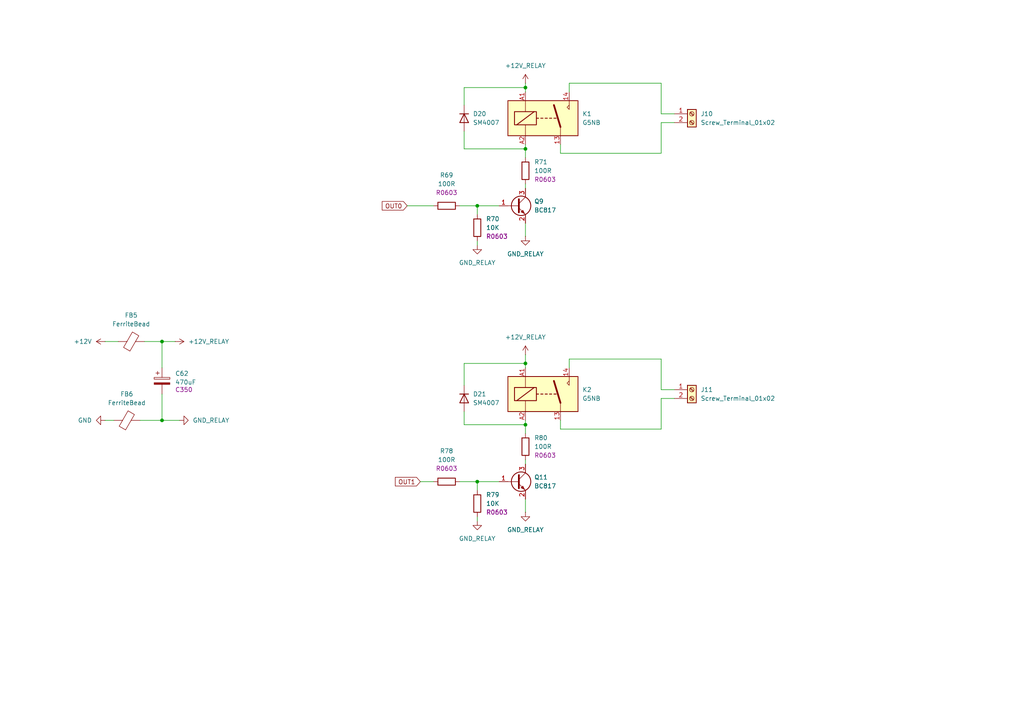
<source format=kicad_sch>
(kicad_sch (version 20250114) (generator "eeschema") (generator_version "9.0")
  (paper "A4")
  (lib_symbols
    (symbol "Connector:Screw_Terminal_01x02" (pin_names (offset 1.016) (hide yes))
      (property "Reference" "J" (at 0 2.54 0))
      (property "Value" "Screw_Terminal_01x02" (at 0 -5.08 0))
      (symbol "Screw_Terminal_01x02_1_1"
        (rectangle (start -1.27 1.27) (end 1.27 -3.81) (stroke (width 0.254)) (fill (type background)))
        (polyline (pts (xy -0.5334 0.3302) (xy 0.3302 -0.508)) (stroke (width 0.1524)))
        (polyline (pts (xy -0.5334 -2.2098) (xy 0.3302 -3.048)) (stroke (width 0.1524)))
        (polyline (pts (xy -0.3556 0.508) (xy 0.508 -0.3302)) (stroke (width 0.1524)))
        (polyline (pts (xy -0.3556 -2.032) (xy 0.508 -2.8702)) (stroke (width 0.1524)))
        (circle (center 0 0) (radius 0.635) (stroke (width 0.1524)))
        (circle (center 0 -2.54) (radius 0.635) (stroke (width 0.1524)))
        (pin passive line (at -5.08 0 0) (length 3.81) (name "Pin_1") (number "1"))
        (pin passive line (at -5.08 -2.54 0) (length 3.81) (name "Pin_2") (number "2"))
      )
    )
    (symbol "Device:C_Polarized" (pin_numbers (hide yes)) (pin_names (offset 0.254))
      (property "Reference" "C" (at 0.635 2.54 0))
      (property "Value" "C_Polarized" (at 0.635 -2.54 0))
      (symbol "C_Polarized_0_1"
        (rectangle (start -2.286 0.508) (end 2.286 1.016))
        (polyline (pts (xy -1.778 2.286) (xy -0.762 2.286)))
        (polyline (pts (xy -1.27 2.794) (xy -1.27 1.778)))
        (rectangle (start 2.286 -0.508) (end -2.286 -1.016) (fill (type outline)))
      )
      (symbol "C_Polarized_1_1"
        (pin passive line (at 0 3.81 270) (length 2.794) (name "~") (number "1"))
        (pin passive line (at 0 -3.81 90) (length 2.794) (name "~") (number "2"))
      )
    )
    (symbol "Device:FerriteBead" (pin_numbers (hide yes)) (pin_names (offset 0))
      (property "Reference" "FB" (at -3.81 0.635 90))
      (property "Value" "FerriteBead" (at 3.81 0 90))
      (symbol "FerriteBead_0_1"
        (polyline (pts (xy -2.7686 0.4064) (xy -1.7018 2.2606) (xy 2.7686 -0.3048) (xy 1.6764 -2.159) (xy -2.7686 0.4064)))
        (polyline (pts (xy 0 1.27) (xy 0 1.2954)))
        (polyline (pts (xy 0 -1.27) (xy 0 -1.2192)))
      )
      (symbol "FerriteBead_1_1"
        (pin passive line (at 0 3.81 270) (length 2.54) (name "~") (number "1"))
        (pin passive line (at 0 -3.81 90) (length 2.54) (name "~") (number "2"))
      )
    )
    (symbol "Device:R" (pin_numbers (hide yes)) (pin_names (offset 0))
      (property "Reference" "R" (at 2.032 0 90))
      (property "Value" "R" (at 0 0 90))
      (symbol "R_0_1"
        (rectangle (start -1.016 -2.54) (end 1.016 2.54) (stroke (width 0.254)))
      )
      (symbol "R_1_1"
        (pin passive line (at 0 3.81 270) (length 1.27) (name "~") (number "1"))
        (pin passive line (at 0 -3.81 90) (length 1.27) (name "~") (number "2"))
      )
    )
    (symbol "Diode:SM4007" (pin_numbers (hide yes)) (pin_names (hide yes))
      (property "Reference" "D" (at 0 2.54 0))
      (property "Value" "SM4007" (at 0 -2.54 0))
      (symbol "SM4007_0_1"
        (polyline (pts (xy -1.27 1.27) (xy -1.27 -1.27)) (stroke (width 0.254)))
        (polyline (pts (xy 1.27 1.27) (xy 1.27 -1.27) (xy -1.27 0) (xy 1.27 1.27)) (stroke (width 0.254)))
        (polyline (pts (xy 1.27 0) (xy -1.27 0)))
      )
      (symbol "SM4007_1_1"
        (pin passive line (at -3.81 0 0) (length 2.54) (name "K") (number "1"))
        (pin passive line (at 3.81 0 180) (length 2.54) (name "A") (number "2"))
      )
    )
    (symbol "Relay:G5NB"
      (property "Reference" "K" (at 11.43 3.81 0))
      (property "Value" "G5NB" (at 11.43 1.27 0))
      (symbol "G5NB_0_0"
        (polyline (pts (xy 7.62 5.08) (xy 7.62 2.54) (xy 6.985 3.175) (xy 7.62 3.81)))
      )
      (symbol "G5NB_0_1"
        (rectangle (start -10.16 5.08) (end 10.16 -5.08) (stroke (width 0.254)) (fill (type background)))
        (rectangle (start -8.255 1.905) (end -1.905 -1.905) (stroke (width 0.254)))
        (polyline (pts (xy -7.62 -1.905) (xy -2.54 1.905)) (stroke (width 0.254)))
        (polyline (pts (xy -5.08 5.08) (xy -5.08 1.905)))
        (polyline (pts (xy -5.08 -5.08) (xy -5.08 -1.905)))
        (polyline (pts (xy -1.905 0) (xy -1.27 0)) (stroke (width 0.254)))
        (polyline (pts (xy -0.635 0) (xy 0 0)) (stroke (width 0.254)))
        (polyline (pts (xy 0.635 0) (xy 1.27 0)) (stroke (width 0.254)))
        (polyline (pts (xy 1.905 0) (xy 2.54 0)) (stroke (width 0.254)))
        (polyline (pts (xy 3.175 0) (xy 3.81 0)) (stroke (width 0.254)))
        (polyline (pts (xy 5.08 -2.54) (xy 3.175 3.81)) (stroke (width 0.508)))
        (polyline (pts (xy 5.08 -2.54) (xy 5.08 -5.08)))
      )
      (symbol "G5NB_1_1"
        (pin passive line (at -5.08 7.62 270) (length 2.54) (name "~") (number "A1"))
        (pin passive line (at -5.08 -7.62 90) (length 2.54) (name "~") (number "A2"))
        (pin passive line (at 5.08 -7.62 90) (length 2.54) (name "~") (number "13"))
        (pin passive line (at 7.62 7.62 270) (length 2.54) (name "~") (number "14"))
      )
    )
    (symbol "Transistor_BJT:BC817" (pin_names (offset 0) (hide yes))
      (property "Reference" "Q" (at 5.08 1.905 0))
      (property "Value" "BC817" (at 5.08 0 0))
      (symbol "BC817_0_1"
        (polyline (pts (xy -2.54 0) (xy 0.635 0)))
        (polyline (pts (xy 0.635 1.905) (xy 0.635 -1.905)) (stroke (width 0.508)))
        (circle (center 1.27 0) (radius 2.8194) (stroke (width 0.254)))
      )
      (symbol "BC817_1_1"
        (polyline (pts (xy 0.635 0.635) (xy 2.54 2.54)))
        (polyline (pts (xy 0.635 -0.635) (xy 2.54 -2.54)))
        (polyline (pts (xy 1.27 -1.778) (xy 1.778 -1.27) (xy 2.286 -2.286) (xy 1.27 -1.778)) (fill (type outline)))
        (pin input line (at -5.08 0 0) (length 2.54) (name "B") (number "1"))
        (pin passive line (at 2.54 5.08 270) (length 2.54) (name "C") (number "3"))
        (pin passive line (at 2.54 -5.08 90) (length 2.54) (name "E") (number "2"))
      )
    )
    (symbol "power:+3.3V" (power) (pin_numbers (hide yes)) (pin_names (offset 0) (hide yes))
      (property "Value" "+3.3V" (at 0 3.556 0))
      (symbol "+3.3V_0_1"
        (polyline (pts (xy -0.762 1.27) (xy 0 2.54)))
        (polyline (pts (xy 0 2.54) (xy 0.762 1.27)))
        (polyline (pts (xy 0 0) (xy 0 2.54)))
      )
      (symbol "+3.3V_1_1"
        (pin power_in line (at 0 0 90) (length 0) (name "~") (number "1"))
      )
    )
    (symbol "power:GND" (power) (pin_numbers (hide yes)) (pin_names (offset 0) (hide yes))
      (property "Value" "GND" (at 0 -3.81 0))
      (symbol "GND_0_1"
        (polyline (pts (xy 0 0) (xy 0 -1.27) (xy 1.27 -1.27) (xy 0 -2.54) (xy -1.27 -1.27) (xy 0 -1.27)))
      )
      (symbol "GND_1_1"
        (pin power_in line (at 0 0 270) (length 0) (name "~") (number "1"))
      )
    )
  )
  (junction (at 152.4 43.18))
  (junction (at 152.4 25.4))
  (junction (at 138.43 139.7))
  (junction (at 152.4 105.41))
  (junction (at 138.43 59.69))
  (junction (at 46.99 99.06))
  (junction (at 152.4 123.19))
  (junction (at 46.99 121.92))
  (wire (pts (xy 134.62 25.4) (xy 152.4 25.4)))
  (wire (pts (xy 162.56 41.91) (xy 162.56 44.45)))
  (wire (pts (xy 191.77 24.13) (xy 191.77 33.02)))
  (wire (pts (xy 138.43 139.7) (xy 144.78 139.7)))
  (wire (pts (xy 133.35 139.7) (xy 138.43 139.7)))
  (wire (pts (xy 162.56 44.45) (xy 191.77 44.45)))
  (wire (pts (xy 40.64 121.92) (xy 46.99 121.92)))
  (wire (pts (xy 133.35 59.69) (xy 138.43 59.69)))
  (wire (pts (xy 152.4 144.78) (xy 152.4 148.59)))
  (wire (pts (xy 121.92 139.7) (xy 125.73 139.7)))
  (wire (pts (xy 152.4 25.4) (xy 152.4 26.67)))
  (wire (pts (xy 46.99 99.06) (xy 46.99 106.68)))
  (wire (pts (xy 152.4 102.87) (xy 152.4 105.41)))
  (wire (pts (xy 138.43 139.7) (xy 138.43 142.24)))
  (wire (pts (xy 152.4 64.77) (xy 152.4 68.58)))
  (wire (pts (xy 118.11 59.69) (xy 125.73 59.69)))
  (wire (pts (xy 152.4 123.19) (xy 152.4 125.73)))
  (wire (pts (xy 134.62 25.4) (xy 134.62 30.48)))
  (wire (pts (xy 152.4 24.13) (xy 152.4 25.4)))
  (wire (pts (xy 134.62 38.1) (xy 134.62 43.18)))
  (wire (pts (xy 165.1 26.67) (xy 165.1 24.13)))
  (wire (pts (xy 138.43 59.69) (xy 144.78 59.69)))
  (wire (pts (xy 134.62 123.19) (xy 152.4 123.19)))
  (wire (pts (xy 191.77 113.03) (xy 195.58 113.03)))
  (wire (pts (xy 138.43 69.85) (xy 138.43 71.12)))
  (wire (pts (xy 134.62 119.38) (xy 134.62 123.19)))
  (wire (pts (xy 191.77 104.14) (xy 191.77 113.03)))
  (wire (pts (xy 46.99 99.06) (xy 50.8 99.06)))
  (wire (pts (xy 152.4 133.35) (xy 152.4 134.62)))
  (wire (pts (xy 41.91 99.06) (xy 46.99 99.06)))
  (wire (pts (xy 152.4 121.92) (xy 152.4 123.19)))
  (wire (pts (xy 165.1 106.68) (xy 165.1 104.14)))
  (wire (pts (xy 191.77 35.56) (xy 195.58 35.56)))
  (wire (pts (xy 134.62 43.18) (xy 152.4 43.18)))
  (wire (pts (xy 162.56 121.92) (xy 162.56 124.46)))
  (wire (pts (xy 30.48 121.92) (xy 33.02 121.92)))
  (wire (pts (xy 134.62 105.41) (xy 152.4 105.41)))
  (wire (pts (xy 191.77 124.46) (xy 191.77 115.57)))
  (wire (pts (xy 191.77 115.57) (xy 195.58 115.57)))
  (wire (pts (xy 165.1 104.14) (xy 191.77 104.14)))
  (wire (pts (xy 191.77 33.02) (xy 195.58 33.02)))
  (wire (pts (xy 191.77 44.45) (xy 191.77 35.56)))
  (wire (pts (xy 138.43 149.86) (xy 138.43 151.13)))
  (wire (pts (xy 46.99 121.92) (xy 52.07 121.92)))
  (wire (pts (xy 165.1 24.13) (xy 191.77 24.13)))
  (wire (pts (xy 152.4 43.18) (xy 152.4 45.72)))
  (wire (pts (xy 46.99 114.3) (xy 46.99 121.92)))
  (wire (pts (xy 138.43 59.69) (xy 138.43 62.23)))
  (wire (pts (xy 152.4 53.34) (xy 152.4 54.61)))
  (wire (pts (xy 30.48 99.06) (xy 34.29 99.06)))
  (wire (pts (xy 134.62 105.41) (xy 134.62 111.76)))
  (wire (pts (xy 152.4 41.91) (xy 152.4 43.18)))
  (wire (pts (xy 162.56 124.46) (xy 191.77 124.46)))
  (wire (pts (xy 152.4 105.41) (xy 152.4 106.68)))
  (global_label "OUT1" (shape input) (at 121.92 139.7 180) (property "Intersheetrefs" "${INTERSHEET_REFS}" (effects (hide yes))))
  (global_label "OUT0" (shape input) (at 118.11 59.69 180) (property "Intersheetrefs" "${INTERSHEET_REFS}" (effects (hide yes))))
  (symbol (lib_id "power:GND") (at 138.43 151.13 0) (unit 1)
    (property "Reference" "#PWR0164" (effects (hide yes)))
    (property "Value" "GND_RELAY" (at 138.43 156.21 0))
    (property "Description" "Power symbol creates a global label with name \"GND\" , ground" (effects (hide yes)))
  )
  (symbol (lib_id "power:GND") (at 152.4 148.59 0) (unit 1)
    (property "Reference" "#PWR0163" (effects (hide yes)))
    (property "Value" "GND_RELAY" (at 152.4 153.67 0))
    (property "Description" "Power symbol creates a global label with name \"GND\" , ground" (effects (hide yes)))
  )
  (symbol (lib_id "power:GND") (at 30.48 121.92 270) (unit 1)
    (property "Reference" "#PWR0168" (effects (hide yes)))
    (property "Value" "GND" (at 26.67 121.9199 90) (effects (justify right)))
    (property "Description" "Power symbol creates a global label with name \"GND\" , ground" (effects (hide yes)))
  )
  (symbol (lib_id "power:GND") (at 138.43 71.12 0) (unit 1)
    (property "Reference" "#PWR0154" (effects (hide yes)))
    (property "Value" "GND_RELAY" (at 138.43 76.2 0))
    (property "Description" "Power symbol creates a global label with name \"GND\" , ground" (effects (hide yes)))
  )
  (symbol (lib_id "power:+3.3V") (at 50.8 99.06 270) (unit 1)
    (property "Reference" "#PWR0167" (effects (hide yes)))
    (property "Value" "+12V_RELAY" (at 54.61 99.0599 90) (effects (justify left)))
    (property "Description" "Power symbol creates a global label with name \"+3.3V\"" (effects (hide yes)))
  )
  (symbol (lib_id "Device:R") (at 152.4 129.54 0) (unit 1)
    (property "Reference" "R80" (at 154.94 126.9999 0) (effects (justify left)))
    (property "Value" "100R" (at 154.94 129.5399 0) (effects (justify left)))
    (property "Footprint" "Resistor_SMD:R_0603_1608Metric" (effects (hide yes)))
    (property "Description" "Resistor" (effects (hide yes)))
    (property "Package" "R0603" (at 154.94 132.0799 0) (effects (justify left)))
  )
  (symbol (lib_id "power:GND") (at 52.07 121.92 90) (unit 1)
    (property "Reference" "#PWR0169" (effects (hide yes)))
    (property "Value" "GND_RELAY" (at 55.88 121.9199 90) (effects (justify right)))
    (property "Description" "Power symbol creates a global label with name \"GND\" , ground" (effects (hide yes)))
  )
  (symbol (lib_id "Device:R") (at 138.43 146.05 0) (unit 1)
    (property "Reference" "R79" (at 140.97 143.5099 0) (effects (justify left)))
    (property "Value" "10K" (at 140.97 146.0499 0) (effects (justify left)))
    (property "Footprint" "Resistor_SMD:R_0603_1608Metric" (effects (hide yes)))
    (property "Description" "Resistor" (effects (hide yes)))
    (property "Package" "R0603" (at 140.97 148.5899 0) (effects (justify left)))
  )
  (symbol (lib_id "power:+3.3V") (at 30.48 99.06 90) (unit 1)
    (property "Reference" "#PWR0166" (effects (hide yes)))
    (property "Value" "+12V" (at 26.67 99.0599 90) (effects (justify left)))
    (property "Description" "Power symbol creates a global label with name \"+3.3V\"" (effects (hide yes)))
  )
  (symbol (lib_id "Device:R") (at 138.43 66.04 0) (unit 1)
    (property "Reference" "R70" (at 140.97 63.4999 0) (effects (justify left)))
    (property "Value" "10K" (at 140.97 66.0399 0) (effects (justify left)))
    (property "Footprint" "Resistor_SMD:R_0603_1608Metric" (effects (hide yes)))
    (property "Description" "Resistor" (effects (hide yes)))
    (property "Package" "R0603" (at 140.97 68.5799 0) (effects (justify left)))
  )
  (symbol (lib_id "Connector:Screw_Terminal_01x02") (at 200.66 113.03 0) (unit 1)
    (property "Reference" "J11" (at 203.2 113.0299 0) (effects (justify left)))
    (property "Value" "Screw_Terminal_01x02" (at 203.2 115.5699 0) (effects (justify left)))
    (property "Footprint" "TerminalBlock:TerminalBlock_bornier-2_P5.08mm" (effects (hide yes)))
    (property "Description" "Generic screw terminal, single row, 01x02, script generated (kicad-library-utils/schlib/autogen/connector/)" (effects (hide yes)))
  )
  (symbol (lib_id "Diode:SM4007") (at 134.62 34.29 270) (unit 1)
    (property "Reference" "D20" (at 137.16 33.0199 90) (effects (justify left)))
    (property "Value" "SM4007" (at 137.16 35.5599 90) (effects (justify left)))
    (property "Footprint" "Diode_SMD:D_MELF" (effects (hide yes)))
    (property "Datasheet" "http://cdn-reichelt.de/documents/datenblatt/A400/SMD1N400%23DIO.pdf" (effects (hide yes)))
    (property "Description" "1000V 1A General Purpose Rectifier Diode, MELF" (effects (hide yes)))
    (property "Sim.Device" "D" (effects (hide yes)))
    (property "Sim.Pins" "1=K 2=A" (effects (hide yes)))
  )
  (symbol (lib_id "power:GND") (at 152.4 68.58 0) (unit 1)
    (property "Reference" "#PWR0156" (effects (hide yes)))
    (property "Value" "GND_RELAY" (at 152.4 73.66 0))
    (property "Description" "Power symbol creates a global label with name \"GND\" , ground" (effects (hide yes)))
  )
  (symbol (lib_id "Device:FerriteBead") (at 36.83 121.92 90) (unit 1)
    (property "Reference" "FB6" (at 36.7792 114.3 90))
    (property "Value" "FerriteBead" (at 36.7792 116.84 90))
    (property "Footprint" "Resistor_SMD:R_0805_2012Metric" (effects (hide yes)))
    (property "Description" "Ferrite bead" (effects (hide yes)))
  )
  (symbol (lib_id "Diode:SM4007") (at 134.62 115.57 270) (unit 1)
    (property "Reference" "D21" (at 137.16 114.2999 90) (effects (justify left)))
    (property "Value" "SM4007" (at 137.16 116.8399 90) (effects (justify left)))
    (property "Footprint" "Diode_SMD:D_MELF" (effects (hide yes)))
    (property "Datasheet" "http://cdn-reichelt.de/documents/datenblatt/A400/SMD1N400%23DIO.pdf" (effects (hide yes)))
    (property "Description" "1000V 1A General Purpose Rectifier Diode, MELF" (effects (hide yes)))
    (property "Sim.Device" "D" (effects (hide yes)))
    (property "Sim.Pins" "1=K 2=A" (effects (hide yes)))
  )
  (symbol (lib_id "Connector:Screw_Terminal_01x02") (at 200.66 33.02 0) (unit 1)
    (property "Reference" "J10" (at 203.2 33.0199 0) (effects (justify left)))
    (property "Value" "Screw_Terminal_01x02" (at 203.2 35.5599 0) (effects (justify left)))
    (property "Footprint" "TerminalBlock:TerminalBlock_bornier-2_P5.08mm" (effects (hide yes)))
    (property "Description" "Generic screw terminal, single row, 01x02, script generated (kicad-library-utils/schlib/autogen/connector/)" (effects (hide yes)))
  )
  (symbol (lib_id "Device:R") (at 129.54 59.69 90) (unit 1)
    (property "Reference" "R69" (at 129.54 50.8 90))
    (property "Value" "100R" (at 129.54 53.34 90))
    (property "Footprint" "Resistor_SMD:R_0603_1608Metric" (effects (hide yes)))
    (property "Description" "Resistor" (effects (hide yes)))
    (property "Package" "R0603" (at 129.54 55.88 90))
  )
  (symbol (lib_id "Device:C_Polarized") (at 46.99 110.49 0) (unit 1)
    (property "Reference" "C62" (at 50.8 108.3309 0) (effects (justify left)))
    (property "Value" "470uF" (at 50.8 110.8709 0) (effects (justify left)))
    (property "Footprint" "Capacitor_THT:CP_Radial_D8.0mm_P3.50mm" (effects (hide yes)))
    (property "Description" "Polarized capacitor" (effects (hide yes)))
    (property "Package" "C350" (at 53.34 113.03 0))
  )
  (symbol (lib_id "Relay:G5NB") (at 157.48 34.29 0) (unit 1)
    (property "Reference" "K1" (at 168.91 33.0199 0) (effects (justify left)))
    (property "Value" "G5NB" (at 168.91 35.5599 0) (effects (justify left)))
    (property "Footprint" "Relay_THT:Relay_SPST_Omron_G5NB" (effects (hide yes)))
    (property "Datasheet" "https://omronfs.omron.com/en_US/ecb/products/pdf/en-g5nb_el.pdf" (effects (hide yes)))
    (property "Description" "PCB Power Relay, SPST-NO, 7A (250 VAC), 5A (30 VDC)" (effects (hide yes)))
  )
  (symbol (lib_id "Transistor_BJT:BC817") (at 149.86 59.69 0) (unit 1)
    (property "Reference" "Q9" (at 154.94 58.4199 0) (effects (justify left)))
    (property "Value" "BC817" (at 154.94 60.9599 0) (effects (justify left)))
    (property "Footprint" "Package_TO_SOT_SMD:SOT-23" (effects (hide yes)))
    (property "Datasheet" "https://www.onsemi.com/pub/Collateral/BC818-D.pdf" (effects (hide yes)))
    (property "Description" "0.8A Ic, 45V Vce, NPN Transistor, SOT-23" (effects (hide yes)))
  )
  (symbol (lib_id "Device:R") (at 129.54 139.7 90) (unit 1)
    (property "Reference" "R78" (at 129.54 130.81 90))
    (property "Value" "100R" (at 129.54 133.35 90))
    (property "Footprint" "Resistor_SMD:R_0603_1608Metric" (effects (hide yes)))
    (property "Description" "Resistor" (effects (hide yes)))
    (property "Package" "R0603" (at 129.54 135.89 90))
  )
  (symbol (lib_id "power:+3.3V") (at 152.4 24.13 0) (unit 1)
    (property "Reference" "#PWR0170" (effects (hide yes)))
    (property "Value" "+12V_RELAY" (at 152.4 19.05 0))
    (property "Description" "Power symbol creates a global label with name \"+3.3V\"" (effects (hide yes)))
  )
  (symbol (lib_id "Device:R") (at 152.4 49.53 0) (unit 1)
    (property "Reference" "R71" (at 154.94 46.9899 0) (effects (justify left)))
    (property "Value" "100R" (at 154.94 49.5299 0) (effects (justify left)))
    (property "Footprint" "Resistor_SMD:R_0603_1608Metric" (effects (hide yes)))
    (property "Description" "Resistor" (effects (hide yes)))
    (property "Package" "R0603" (at 154.94 52.0699 0) (effects (justify left)))
  )
  (symbol (lib_id "Relay:G5NB") (at 157.48 114.3 0) (unit 1)
    (property "Reference" "K2" (at 168.91 113.0299 0) (effects (justify left)))
    (property "Value" "G5NB" (at 168.91 115.5699 0) (effects (justify left)))
    (property "Footprint" "Relay_THT:Relay_SPST_Omron_G5NB" (effects (hide yes)))
    (property "Datasheet" "https://omronfs.omron.com/en_US/ecb/products/pdf/en-g5nb_el.pdf" (effects (hide yes)))
    (property "Description" "PCB Power Relay, SPST-NO, 7A (250 VAC), 5A (30 VDC)" (effects (hide yes)))
  )
  (symbol (lib_id "power:+3.3V") (at 152.4 102.87 0) (unit 1)
    (property "Reference" "#PWR0155" (effects (hide yes)))
    (property "Value" "+12V_RELAY" (at 152.4 97.79 0))
    (property "Description" "Power symbol creates a global label with name \"+3.3V\"" (effects (hide yes)))
  )
  (symbol (lib_id "Transistor_BJT:BC817") (at 149.86 139.7 0) (unit 1)
    (property "Reference" "Q11" (at 154.94 138.4299 0) (effects (justify left)))
    (property "Value" "BC817" (at 154.94 140.9699 0) (effects (justify left)))
    (property "Footprint" "Package_TO_SOT_SMD:SOT-23" (effects (hide yes)))
    (property "Datasheet" "https://www.onsemi.com/pub/Collateral/BC818-D.pdf" (effects (hide yes)))
    (property "Description" "0.8A Ic, 45V Vce, NPN Transistor, SOT-23" (effects (hide yes)))
  )
  (symbol (lib_id "Device:FerriteBead") (at 38.1 99.06 90) (unit 1)
    (property "Reference" "FB5" (at 38.0492 91.44 90))
    (property "Value" "FerriteBead" (at 38.0492 93.98 90))
    (property "Footprint" "Resistor_SMD:R_0805_2012Metric" (effects (hide yes)))
    (property "Description" "Ferrite bead" (effects (hide yes)))
  )
)
</source>
